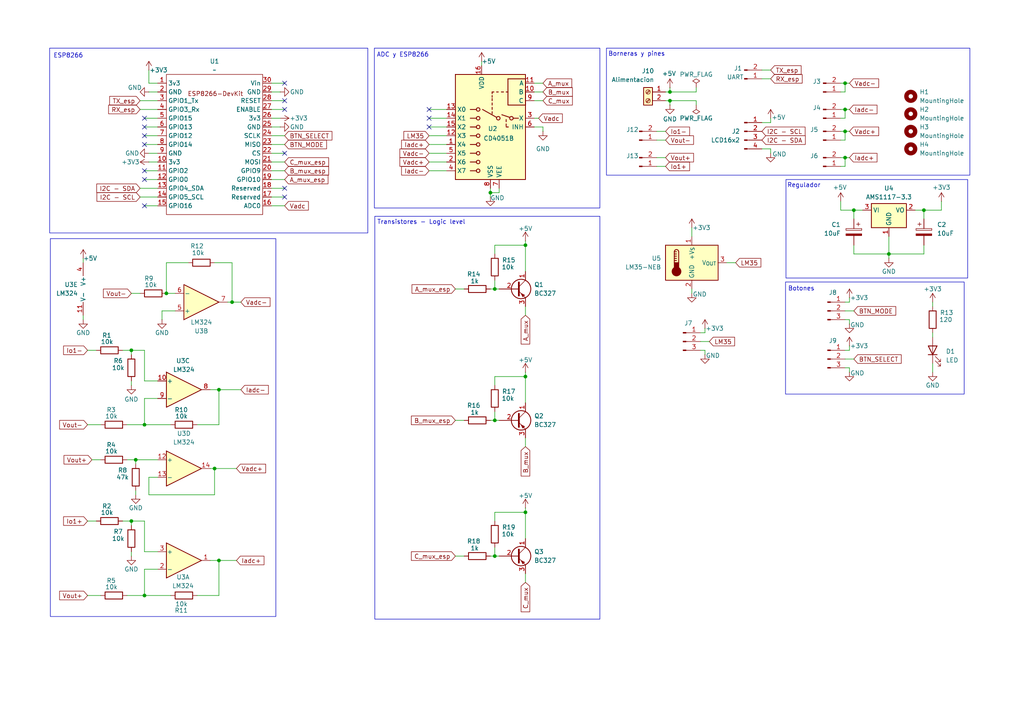
<source format=kicad_sch>
(kicad_sch (version 20231120) (generator "eeschema") (generator_version "8.0")
  (paper "A4")
  (junction (at 63.5 113.03))
  (junction (at 247.65 60.96))
  (junction (at 142.24 55.88))
  (junction (at 38.1 101.6))
  (junction (at 143.51 83.82))
  (junction (at 194.31 29.21))
  (junction (at 152.4 148.59))
  (junction (at 245.11 38.1))
  (junction (at 41.91 172.72))
  (junction (at 38.1 151.13))
  (junction (at 245.11 31.75))
  (junction (at 143.51 121.92))
  (junction (at 63.5 162.56))
  (junction (at 152.4 71.12))
  (junction (at 39.37 133.35))
  (junction (at 267.97 60.96))
  (junction (at 143.51 161.29))
  (junction (at 67.31 87.63))
  (junction (at 41.91 123.19))
  (junction (at 245.11 24.13))
  (junction (at 194.31 26.67))
  (junction (at 152.4 109.22))
  (junction (at 245.11 45.72))
  (junction (at 48.26 85.09))
  (junction (at 62.23 135.89))
  (junction (at 257.81 73.66))
  (no_connect (at 41.91 39.37))
  (no_connect (at 124.46 36.83))
  (no_connect (at 82.55 31.75))
  (no_connect (at 41.91 36.83))
  (no_connect (at 41.91 49.53))
  (no_connect (at 41.91 41.91))
  (no_connect (at 41.91 59.69))
  (no_connect (at 41.91 52.07))
  (no_connect (at 124.46 34.29))
  (no_connect (at 82.55 44.45))
  (no_connect (at 41.91 34.29))
  (no_connect (at 82.55 29.21))
  (no_connect (at 82.55 57.15))
  (no_connect (at 82.55 24.13))
  (no_connect (at 82.55 54.61))
  (no_connect (at 124.46 31.75))
  (wire (pts (xy 142.24 161.29) (xy 143.51 161.29)))
  (wire (pts (xy 246.38 107.95) (xy 246.38 106.68)))
  (wire (pts (xy 152.4 148.59) (xy 152.4 156.21)))
  (wire (pts (xy 63.5 162.56) (xy 68.58 162.56)))
  (wire (pts (xy 82.55 39.37) (xy 78.74 39.37)))
  (wire (pts (xy 144.78 161.29) (xy 143.51 161.29)))
  (wire (pts (xy 245.11 38.1) (xy 243.84 38.1)))
  (wire (pts (xy 144.78 55.88) (xy 142.24 55.88)))
  (wire (pts (xy 62.23 143.51) (xy 43.18 143.51)))
  (wire (pts (xy 257.81 74.93) (xy 257.81 73.66)))
  (wire (pts (xy 267.97 60.96) (xy 265.43 60.96)))
  (wire (pts (xy 144.78 83.82) (xy 143.51 83.82)))
  (wire (pts (xy 132.08 83.82) (xy 134.62 83.82)))
  (wire (pts (xy 152.4 166.37) (xy 152.4 168.91)))
  (wire (pts (xy 152.4 88.9) (xy 152.4 91.44)))
  (wire (pts (xy 25.4 151.13) (xy 27.94 151.13)))
  (wire (pts (xy 24.13 74.93) (xy 24.13 76.2)))
  (wire (pts (xy 193.04 29.21) (xy 194.31 29.21)))
  (wire (pts (xy 48.26 85.09) (xy 50.8 85.09)))
  (wire (pts (xy 82.55 31.75) (xy 78.74 31.75)))
  (wire (pts (xy 41.91 115.57) (xy 41.91 123.19)))
  (wire (pts (xy 36.83 123.19) (xy 41.91 123.19)))
  (wire (pts (xy 154.94 34.29) (xy 156.21 34.29)))
  (wire (pts (xy 82.55 59.69) (xy 78.74 59.69)))
  (wire (pts (xy 82.55 24.13) (xy 78.74 24.13)))
  (wire (pts (xy 270.51 87.63) (xy 270.51 88.9)))
  (wire (pts (xy 41.91 151.13) (xy 41.91 160.02)))
  (wire (pts (xy 143.51 148.59) (xy 152.4 148.59)))
  (wire (pts (xy 245.11 104.14) (xy 247.65 104.14)))
  (wire (pts (xy 154.94 24.13) (xy 157.48 24.13)))
  (wire (pts (xy 24.13 92.71) (xy 24.13 91.44)))
  (wire (pts (xy 144.78 121.92) (xy 143.51 121.92)))
  (wire (pts (xy 82.55 49.53) (xy 78.74 49.53)))
  (wire (pts (xy 38.1 151.13) (xy 41.91 151.13)))
  (wire (pts (xy 43.18 143.51) (xy 43.18 138.43)))
  (wire (pts (xy 25.4 172.72) (xy 29.21 172.72)))
  (wire (pts (xy 223.52 35.56) (xy 220.98 35.56)))
  (wire (pts (xy 38.1 85.09) (xy 40.64 85.09)))
  (wire (pts (xy 245.11 45.72) (xy 243.84 45.72)))
  (wire (pts (xy 124.46 34.29) (xy 129.54 34.29)))
  (wire (pts (xy 82.55 44.45) (xy 78.74 44.45)))
  (wire (pts (xy 267.97 60.96) (xy 267.97 63.5)))
  (wire (pts (xy 36.83 133.35) (xy 39.37 133.35)))
  (wire (pts (xy 200.66 85.09) (xy 200.66 83.82)))
  (wire (pts (xy 38.1 101.6) (xy 41.91 101.6)))
  (wire (pts (xy 60.96 162.56) (xy 63.5 162.56)))
  (wire (pts (xy 142.24 121.92) (xy 143.51 121.92)))
  (wire (pts (xy 35.56 151.13) (xy 38.1 151.13)))
  (wire (pts (xy 246.38 45.72) (xy 245.11 45.72)))
  (wire (pts (xy 132.08 121.92) (xy 134.62 121.92)))
  (wire (pts (xy 139.7 17.78) (xy 139.7 19.05)))
  (wire (pts (xy 267.97 73.66) (xy 267.97 71.12)))
  (wire (pts (xy 245.11 101.6) (xy 246.38 101.6)))
  (wire (pts (xy 143.51 151.13) (xy 143.51 148.59)))
  (wire (pts (xy 82.55 46.99) (xy 78.74 46.99)))
  (wire (pts (xy 46.99 92.71) (xy 46.99 90.17)))
  (wire (pts (xy 152.4 109.22) (xy 152.4 116.84)))
  (wire (pts (xy 246.38 24.13) (xy 245.11 24.13)))
  (wire (pts (xy 246.38 38.1) (xy 245.11 38.1)))
  (wire (pts (xy 43.18 20.32) (xy 43.18 24.13)))
  (wire (pts (xy 247.65 60.96) (xy 247.65 63.5)))
  (wire (pts (xy 257.81 68.58) (xy 257.81 73.66)))
  (wire (pts (xy 142.24 54.61) (xy 142.24 55.88)))
  (wire (pts (xy 67.31 87.63) (xy 69.85 87.63)))
  (wire (pts (xy 144.78 54.61) (xy 144.78 55.88)))
  (wire (pts (xy 245.11 24.13) (xy 243.84 24.13)))
  (wire (pts (xy 43.18 138.43) (xy 45.72 138.43)))
  (wire (pts (xy 247.65 71.12) (xy 247.65 73.66)))
  (wire (pts (xy 201.93 26.67) (xy 194.31 26.67)))
  (wire (pts (xy 62.23 135.89) (xy 62.23 143.51)))
  (wire (pts (xy 124.46 31.75) (xy 129.54 31.75)))
  (wire (pts (xy 45.72 29.21) (xy 40.64 29.21)))
  (wire (pts (xy 39.37 133.35) (xy 39.37 134.62)))
  (wire (pts (xy 142.24 55.88) (xy 142.24 57.15)))
  (wire (pts (xy 152.4 127) (xy 152.4 129.54)))
  (wire (pts (xy 82.55 41.91) (xy 78.74 41.91)))
  (wire (pts (xy 152.4 69.85) (xy 152.4 71.12)))
  (wire (pts (xy 243.84 34.29) (xy 245.11 34.29)))
  (wire (pts (xy 82.55 54.61) (xy 78.74 54.61)))
  (wire (pts (xy 270.51 96.52) (xy 270.51 97.79)))
  (wire (pts (xy 38.1 110.49) (xy 38.1 111.76)))
  (wire (pts (xy 45.72 39.37) (xy 41.91 39.37)))
  (wire (pts (xy 246.38 86.36) (xy 246.38 87.63)))
  (wire (pts (xy 194.31 26.67) (xy 194.31 25.4)))
  (wire (pts (xy 38.1 151.13) (xy 38.1 152.4)))
  (wire (pts (xy 154.94 36.83) (xy 157.48 36.83)))
  (wire (pts (xy 63.5 123.19) (xy 63.5 113.03)))
  (wire (pts (xy 190.5 45.72) (xy 193.04 45.72)))
  (wire (pts (xy 38.1 101.6) (xy 38.1 102.87)))
  (wire (pts (xy 246.38 31.75) (xy 245.11 31.75)))
  (wire (pts (xy 78.74 26.67) (xy 81.28 26.67)))
  (wire (pts (xy 81.28 34.29) (xy 78.74 34.29)))
  (wire (pts (xy 204.47 96.52) (xy 203.2 96.52)))
  (wire (pts (xy 63.5 172.72) (xy 63.5 162.56)))
  (wire (pts (xy 60.96 135.89) (xy 62.23 135.89)))
  (wire (pts (xy 57.15 172.72) (xy 63.5 172.72)))
  (wire (pts (xy 41.91 160.02) (xy 45.72 160.02)))
  (wire (pts (xy 41.91 101.6) (xy 41.91 110.49)))
  (wire (pts (xy 124.46 44.45) (xy 129.54 44.45)))
  (wire (pts (xy 41.91 123.19) (xy 49.53 123.19)))
  (wire (pts (xy 78.74 36.83) (xy 81.28 36.83)))
  (wire (pts (xy 41.91 52.07) (xy 45.72 52.07)))
  (wire (pts (xy 26.67 133.35) (xy 29.21 133.35)))
  (wire (pts (xy 201.93 25.4) (xy 201.93 26.67)))
  (wire (pts (xy 25.4 123.19) (xy 29.21 123.19)))
  (wire (pts (xy 210.82 76.2) (xy 213.36 76.2)))
  (wire (pts (xy 273.05 58.42) (xy 273.05 60.96)))
  (wire (pts (xy 243.84 58.42) (xy 243.84 60.96)))
  (wire (pts (xy 194.31 29.21) (xy 194.31 30.48)))
  (wire (pts (xy 246.38 93.98) (xy 246.38 92.71)))
  (wire (pts (xy 41.91 49.53) (xy 45.72 49.53)))
  (wire (pts (xy 41.91 165.1) (xy 41.91 172.72)))
  (wire (pts (xy 57.15 123.19) (xy 63.5 123.19)))
  (wire (pts (xy 223.52 34.29) (xy 223.52 35.56)))
  (wire (pts (xy 43.18 24.13) (xy 45.72 24.13)))
  (wire (pts (xy 247.65 73.66) (xy 257.81 73.66)))
  (wire (pts (xy 190.5 40.64) (xy 193.04 40.64)))
  (wire (pts (xy 25.4 101.6) (xy 27.94 101.6)))
  (wire (pts (xy 152.4 71.12) (xy 152.4 78.74)))
  (wire (pts (xy 246.38 100.33) (xy 246.38 101.6)))
  (wire (pts (xy 245.11 90.17) (xy 247.65 90.17)))
  (wire (pts (xy 41.91 41.91) (xy 45.72 41.91)))
  (wire (pts (xy 245.11 26.67) (xy 245.11 24.13)))
  (wire (pts (xy 62.23 135.89) (xy 68.58 135.89)))
  (wire (pts (xy 245.11 40.64) (xy 245.11 38.1)))
  (wire (pts (xy 36.83 172.72) (xy 41.91 172.72)))
  (wire (pts (xy 143.51 119.38) (xy 143.51 121.92)))
  (wire (pts (xy 247.65 60.96) (xy 250.19 60.96)))
  (wire (pts (xy 223.52 22.86) (xy 220.98 22.86)))
  (wire (pts (xy 203.2 99.06) (xy 205.74 99.06)))
  (wire (pts (xy 60.96 113.03) (xy 63.5 113.03)))
  (wire (pts (xy 152.4 107.95) (xy 152.4 109.22)))
  (wire (pts (xy 204.47 102.87) (xy 204.47 101.6)))
  (wire (pts (xy 132.08 161.29) (xy 134.62 161.29)))
  (wire (pts (xy 35.56 101.6) (xy 38.1 101.6)))
  (wire (pts (xy 245.11 87.63) (xy 246.38 87.63)))
  (wire (pts (xy 243.84 48.26) (xy 245.11 48.26)))
  (wire (pts (xy 45.72 54.61) (xy 40.64 54.61)))
  (wire (pts (xy 245.11 48.26) (xy 245.11 45.72)))
  (wire (pts (xy 143.51 71.12) (xy 152.4 71.12)))
  (wire (pts (xy 43.18 46.99) (xy 45.72 46.99)))
  (wire (pts (xy 204.47 101.6) (xy 203.2 101.6)))
  (wire (pts (xy 41.91 172.72) (xy 49.53 172.72)))
  (wire (pts (xy 124.46 36.83) (xy 129.54 36.83)))
  (wire (pts (xy 201.93 29.21) (xy 201.93 30.48)))
  (wire (pts (xy 82.55 57.15) (xy 78.74 57.15)))
  (wire (pts (xy 124.46 41.91) (xy 129.54 41.91)))
  (wire (pts (xy 143.51 109.22) (xy 152.4 109.22)))
  (wire (pts (xy 143.51 81.28) (xy 143.51 83.82)))
  (wire (pts (xy 190.5 38.1) (xy 193.04 38.1)))
  (wire (pts (xy 154.94 26.67) (xy 157.48 26.67)))
  (wire (pts (xy 82.55 52.07) (xy 78.74 52.07)))
  (wire (pts (xy 54.61 76.2) (xy 48.26 76.2)))
  (wire (pts (xy 193.04 26.67) (xy 194.31 26.67)))
  (wire (pts (xy 245.11 31.75) (xy 243.84 31.75)))
  (wire (pts (xy 245.11 34.29) (xy 245.11 31.75)))
  (wire (pts (xy 38.1 160.02) (xy 38.1 161.29)))
  (wire (pts (xy 45.72 115.57) (xy 41.91 115.57)))
  (wire (pts (xy 62.23 76.2) (xy 67.31 76.2)))
  (wire (pts (xy 152.4 147.32) (xy 152.4 148.59)))
  (wire (pts (xy 257.81 73.66) (xy 267.97 73.66)))
  (wire (pts (xy 45.72 34.29) (xy 41.91 34.29)))
  (wire (pts (xy 82.55 29.21) (xy 78.74 29.21)))
  (wire (pts (xy 246.38 92.71) (xy 245.11 92.71)))
  (wire (pts (xy 143.51 73.66) (xy 143.51 71.12)))
  (wire (pts (xy 243.84 40.64) (xy 245.11 40.64)))
  (wire (pts (xy 143.51 111.76) (xy 143.51 109.22)))
  (wire (pts (xy 154.94 29.21) (xy 157.48 29.21)))
  (wire (pts (xy 39.37 133.35) (xy 45.72 133.35)))
  (wire (pts (xy 46.99 90.17) (xy 50.8 90.17)))
  (wire (pts (xy 39.37 142.24) (xy 39.37 143.51)))
  (wire (pts (xy 194.31 29.21) (xy 201.93 29.21)))
  (wire (pts (xy 45.72 31.75) (xy 40.64 31.75)))
  (wire (pts (xy 48.26 76.2) (xy 48.26 85.09)))
  (wire (pts (xy 142.24 83.82) (xy 143.51 83.82)))
  (wire (pts (xy 204.47 95.25) (xy 204.47 96.52)))
  (wire (pts (xy 243.84 26.67) (xy 245.11 26.67)))
  (wire (pts (xy 124.46 39.37) (xy 129.54 39.37)))
  (wire (pts (xy 157.48 36.83) (xy 157.48 38.1)))
  (wire (pts (xy 45.72 26.67) (xy 43.18 26.67)))
  (wire (pts (xy 190.5 48.26) (xy 193.04 48.26)))
  (wire (pts (xy 200.66 66.04) (xy 200.66 68.58)))
  (wire (pts (xy 45.72 165.1) (xy 41.91 165.1)))
  (wire (pts (xy 45.72 36.83) (xy 41.91 36.83)))
  (wire (pts (xy 41.91 59.69) (xy 45.72 59.69)))
  (wire (pts (xy 45.72 57.15) (xy 40.64 57.15)))
  (wire (pts (xy 243.84 60.96) (xy 247.65 60.96)))
  (wire (pts (xy 223.52 44.45) (xy 223.52 43.18)))
  (wire (pts (xy 273.05 60.96) (xy 267.97 60.96)))
  (wire (pts (xy 246.38 106.68) (xy 245.11 106.68)))
  (wire (pts (xy 223.52 20.32) (xy 220.98 20.32)))
  (wire (pts (xy 41.91 110.49) (xy 45.72 110.49)))
  (wire (pts (xy 270.51 105.41) (xy 270.51 107.95)))
  (wire (pts (xy 67.31 87.63) (xy 66.04 87.63)))
  (wire (pts (xy 45.72 44.45) (xy 43.18 44.45)))
  (wire (pts (xy 63.5 113.03) (xy 69.85 113.03)))
  (wire (pts (xy 124.46 46.99) (xy 129.54 46.99)))
  (wire (pts (xy 67.31 76.2) (xy 67.31 87.63)))
  (wire (pts (xy 124.46 49.53) (xy 129.54 49.53)))
  (wire (pts (xy 143.51 158.75) (xy 143.51 161.29)))
  (wire (pts (xy 223.52 43.18) (xy 220.98 43.18)))
  (rectangle (start 14.605 69.215) (end 80.01 178.816))
  (rectangle (start 108.585 13.97) (end 173.99 60.325))
  (rectangle (start 227.838 81.788) (end 279.654 114.3))
  (rectangle (start 108.712 62.738) (end 173.99 179.578))
  (rectangle (start 175.895 13.97) (end 281.305 50.8))
  (rectangle (start 227.965 52.07) (end 280.67 80.645))
  (rectangle (start 14.4027 13.97) (end 106.68 67.564))
  (text "ADC y ESP8266" (at 116.84 16.002 0) (effects (font (size 1.27 1.27))))
  (text "Botones" (at 232.41 83.82 0) (effects (font (size 1.27 1.27))))
  (text "Regulador" (at 233.172 53.848 0) (effects (font (size 1.27 1.27))))
  (text "Borneras y pines" (at 184.658 15.748 0) (effects (font (size 1.27 1.27))))
  (text "ESP8266" (at 19.812 16.256 0) (effects (font (size 1.27 1.27))))
  (text "Transistores - Logic level " (at 122.682 64.516 0) (effects (font (size 1.27 1.27))))
  (global_label "Vout+" (shape input) (at 193.04 45.72 0) (property "Intersheetrefs" "${INTERSHEET_REFS}" (effects (hide yes))))
  (global_label "I2C - SCL" (shape input) (at 220.98 38.1 0) (property "Intersheetrefs" "${INTERSHEET_REFS}" (effects (hide yes))))
  (global_label "Vadc+" (shape input) (at 124.46 46.99 180) (property "Intersheetrefs" "${INTERSHEET_REFS}" (effects (hide yes))))
  (global_label "BTN_MODE" (shape input) (at 247.65 90.17 0) (property "Intersheetrefs" "${INTERSHEET_REFS}" (effects (hide yes))))
  (global_label "BTN_SELECT" (shape input) (at 247.65 104.14 0) (property "Intersheetrefs" "${INTERSHEET_REFS}" (effects (hide yes))))
  (global_label "Io1+" (shape input) (at 193.04 48.26 0) (property "Intersheetrefs" "${INTERSHEET_REFS}" (effects (hide yes))))
  (global_label "Vout-" (shape input) (at 193.04 40.64 0) (property "Intersheetrefs" "${INTERSHEET_REFS}" (effects (hide yes))))
  (global_label "Vadc" (shape input) (at 82.55 59.69 0) (property "Intersheetrefs" "${INTERSHEET_REFS}" (effects (hide yes))))
  (global_label "RX_esp" (shape input) (at 223.52 22.86 0) (property "Intersheetrefs" "${INTERSHEET_REFS}" (effects (hide yes))))
  (global_label "TX_esp" (shape input) (at 223.52 20.32 0) (property "Intersheetrefs" "${INTERSHEET_REFS}" (effects (hide yes))))
  (global_label "Iadc-" (shape input) (at 246.38 31.75 0) (property "Intersheetrefs" "${INTERSHEET_REFS}" (effects (hide yes))))
  (global_label "A_mux" (shape input) (at 152.4 91.44 270) (property "Intersheetrefs" "${INTERSHEET_REFS}" (effects (hide yes))))
  (global_label "Vadc+" (shape input) (at 246.38 38.1 0) (property "Intersheetrefs" "${INTERSHEET_REFS}" (effects (hide yes))))
  (global_label "A_mux_esp" (shape input) (at 132.08 83.82 180) (property "Intersheetrefs" "${INTERSHEET_REFS}" (effects (hide yes))))
  (global_label "LM35" (shape input) (at 124.46 39.37 180) (property "Intersheetrefs" "${INTERSHEET_REFS}" (effects (hide yes))))
  (global_label "I2C - SDA" (shape input) (at 220.98 40.64 0) (property "Intersheetrefs" "${INTERSHEET_REFS}" (effects (hide yes))))
  (global_label "I2C - SCL" (shape input) (at 40.64 57.15 180) (property "Intersheetrefs" "${INTERSHEET_REFS}" (effects (hide yes))))
  (global_label "Vout+" (shape input) (at 26.67 133.35 180) (property "Intersheetrefs" "${INTERSHEET_REFS}" (effects (hide yes))))
  (global_label "I2C - SDA" (shape input) (at 40.64 54.61 180) (property "Intersheetrefs" "${INTERSHEET_REFS}" (effects (hide yes))))
  (global_label "BTN_SELECT" (shape input) (at 82.55 39.37 0) (property "Intersheetrefs" "${INTERSHEET_REFS}" (effects (hide yes))))
  (global_label "Iadc-" (shape input) (at 69.85 113.03 0) (property "Intersheetrefs" "${INTERSHEET_REFS}" (effects (hide yes))))
  (global_label "A_mux" (shape input) (at 157.48 24.13 0) (property "Intersheetrefs" "${INTERSHEET_REFS}" (effects (hide yes))))
  (global_label "Iadc+" (shape input) (at 246.38 45.72 0) (property "Intersheetrefs" "${INTERSHEET_REFS}" (effects (hide yes))))
  (global_label "Vadc+" (shape input) (at 68.58 135.89 0) (property "Intersheetrefs" "${INTERSHEET_REFS}" (effects (hide yes))))
  (global_label "Io1-" (shape input) (at 193.04 38.1 0) (property "Intersheetrefs" "${INTERSHEET_REFS}" (effects (hide yes))))
  (global_label "Vout-" (shape input) (at 25.4 123.19 180) (property "Intersheetrefs" "${INTERSHEET_REFS}" (effects (hide yes))))
  (global_label "Vout+" (shape input) (at 25.4 172.72 180) (property "Intersheetrefs" "${INTERSHEET_REFS}" (effects (hide yes))))
  (global_label "RX_esp" (shape input) (at 40.64 31.75 180) (property "Intersheetrefs" "${INTERSHEET_REFS}" (effects (hide yes))))
  (global_label "C_mux" (shape input) (at 157.48 29.21 0) (property "Intersheetrefs" "${INTERSHEET_REFS}" (effects (hide yes))))
  (global_label "LM35" (shape input) (at 213.36 76.2 0) (property "Intersheetrefs" "${INTERSHEET_REFS}" (effects (hide yes))))
  (global_label "B_mux" (shape input) (at 157.48 26.67 0) (property "Intersheetrefs" "${INTERSHEET_REFS}" (effects (hide yes))))
  (global_label "C_mux_esp" (shape input) (at 82.55 46.99 0) (property "Intersheetrefs" "${INTERSHEET_REFS}" (effects (hide yes))))
  (global_label "C_mux" (shape input) (at 152.4 168.91 270) (property "Intersheetrefs" "${INTERSHEET_REFS}" (effects (hide yes))))
  (global_label "Io1+" (shape input) (at 25.4 151.13 180) (property "Intersheetrefs" "${INTERSHEET_REFS}" (effects (hide yes))))
  (global_label "B_mux_esp" (shape input) (at 82.55 49.53 0) (property "Intersheetrefs" "${INTERSHEET_REFS}" (effects (hide yes))))
  (global_label "LM35" (shape input) (at 205.74 99.06 0) (property "Intersheetrefs" "${INTERSHEET_REFS}" (effects (hide yes))))
  (global_label "B_mux_esp" (shape input) (at 132.08 121.92 180) (property "Intersheetrefs" "${INTERSHEET_REFS}" (effects (hide yes))))
  (global_label "BTN_MODE" (shape input) (at 82.55 41.91 0) (property "Intersheetrefs" "${INTERSHEET_REFS}" (effects (hide yes))))
  (global_label "Vadc-" (shape input) (at 246.38 24.13 0) (property "Intersheetrefs" "${INTERSHEET_REFS}" (effects (hide yes))))
  (global_label "Vout-" (shape input) (at 38.1 85.09 180) (property "Intersheetrefs" "${INTERSHEET_REFS}" (effects (hide yes))))
  (global_label "C_mux_esp" (shape input) (at 132.08 161.29 180) (property "Intersheetrefs" "${INTERSHEET_REFS}" (effects (hide yes))))
  (global_label "Iadc-" (shape input) (at 124.46 49.53 180) (property "Intersheetrefs" "${INTERSHEET_REFS}" (effects (hide yes))))
  (global_label "Io1-" (shape input) (at 25.4 101.6 180) (property "Intersheetrefs" "${INTERSHEET_REFS}" (effects (hide yes))))
  (global_label "B_mux" (shape input) (at 152.4 129.54 270) (property "Intersheetrefs" "${INTERSHEET_REFS}" (effects (hide yes))))
  (global_label "Vadc" (shape input) (at 156.21 34.29 0) (property "Intersheetrefs" "${INTERSHEET_REFS}" (effects (hide yes))))
  (global_label "Iadc+" (shape input) (at 68.58 162.56 0) (property "Intersheetrefs" "${INTERSHEET_REFS}" (effects (hide yes))))
  (global_label "Vadc-" (shape input) (at 69.85 87.63 0) (property "Intersheetrefs" "${INTERSHEET_REFS}" (effects (hide yes))))
  (global_label "Iadc+" (shape input) (at 124.46 41.91 180) (property "Intersheetrefs" "${INTERSHEET_REFS}" (effects (hide yes))))
  (global_label "A_mux_esp" (shape input) (at 82.55 52.07 0) (property "Intersheetrefs" "${INTERSHEET_REFS}" (effects (hide yes))))
  (global_label "TX_esp" (shape input) (at 40.64 29.21 180) (property "Intersheetrefs" "${INTERSHEET_REFS}" (effects (hide yes))))
  (global_label "Vadc-" (shape input) (at 124.46 44.45 180) (property "Intersheetrefs" "${INTERSHEET_REFS}" (effects (hide yes))))
  (symbol (lib_id "Device:R") (at 58.42 76.2 90) (mirror x) (unit 1)
    (property "Reference" "R12" (at 57.15 71.374 90))
    (property "Value" "10k" (at 57.4675 73.3425 90))
    (property "Footprint" "Resistor_THT:R_Axial_DIN0207_L6.3mm_D2.5mm_P10.16mm_Horizontal" (effects (hide yes)))
    (property "Description" "Resistor" (effects (hide yes)))
  )
  (symbol (lib_id "power:+5V") (at 24.13 74.93 0) (unit 1)
    (property "Reference" "#PWR014" (effects (hide yes)))
    (property "Value" "+5V" (at 26.162 74.93 0))
    (property "Description" "Power symbol creates a global label with name \"+5V\"" (effects (hide yes)))
  )
  (symbol (lib_id "Mechanical:MountingHole") (at 264.16 27.94 0) (unit 1) (exclude_from_sim yes) (in_bom no)
    (property "Reference" "H1" (at 266.7 26.6699 0) (effects (justify left)))
    (property "Value" "MountingHole" (at 266.7 29.2099 0) (effects (justify left)))
    (property "Footprint" "MountingHole:MountingHole_3.2mm_M3" (effects (hide yes)))
    (property "Description" "Mounting Hole without connection" (effects (hide yes)))
  )
  (symbol (lib_id "Amplifier_Operational:LM324") (at 58.42 87.63 0) (mirror x) (unit 2)
    (property "Reference" "U3" (at 58.42 96.012 0))
    (property "Value" "LM324" (at 58.42 93.472 0))
    (property "Footprint" "Package_DIP:CERDIP-14_W7.62mm_SideBrazed_Socket" (effects (hide yes)))
    (property "Datasheet" "http://www.ti.com/lit/ds/symlink/lm2902-n.pdf" (effects (hide yes)))
    (property "Description" "Low-Power, Quad-Operational Amplifiers, DIP-14/SOIC-14/SSOP-14" (effects (hide yes)))
  )
  (symbol (lib_id "power:+5V") (at 152.4 69.85 0) (unit 1)
    (property "Reference" "#PWR011" (effects (hide yes)))
    (property "Value" "+5V" (at 152.4 66.294 0))
    (property "Description" "Power symbol creates a global label with name \"+5V\"" (effects (hide yes)))
  )
  (symbol (lib_id "power:GND") (at 142.24 57.15 0) (unit 1)
    (property "Reference" "#PWR09" (effects (hide yes)))
    (property "Value" "GND" (at 144.272 57.404 0))
    (property "Description" "Power symbol creates a global label with name \"GND\" , ground" (effects (hide yes)))
  )
  (symbol (lib_id "Device:R") (at 31.75 151.13 90) (mirror x) (unit 1)
    (property "Reference" "R2" (at 30.988 146.812 90))
    (property "Value" "10k" (at 31.0515 148.6535 90))
    (property "Footprint" "Resistor_THT:R_Axial_DIN0207_L6.3mm_D2.5mm_P10.16mm_Horizontal" (effects (hide yes)))
    (property "Description" "Resistor" (effects (hide yes)))
  )
  (symbol (lib_id "power:GND") (at 38.1 161.29 0) (unit 1)
    (property "Reference" "#PWR017" (effects (hide yes)))
    (property "Value" "GND" (at 38.1 165.1 0))
    (property "Description" "Power symbol creates a global label with name \"GND\" , ground" (effects (hide yes)))
  )
  (symbol (lib_id "Componentes_Proyecto_Digitales:ESP8266-DevKit") (at 62.23 41.91 0) (unit 1)
    (property "Reference" "U1" (at 62.23 17.78 0))
    (property "Value" "~" (at 62.23 20.32 0))
    (property "Footprint" "Componentes_Proyecto_Digitales:Esp-8266-DevKit" (effects (hide yes)))
  )
  (symbol (lib_id "Amplifier_Operational:LM324") (at 53.34 113.03 0) (unit 3)
    (property "Reference" "U3" (at 53.086 104.648 0))
    (property "Value" "LM324" (at 53.34 107.188 0))
    (property "Footprint" "Package_DIP:CERDIP-14_W7.62mm_SideBrazed_Socket" (effects (hide yes)))
    (property "Datasheet" "http://www.ti.com/lit/ds/symlink/lm2902-n.pdf" (effects (hide yes)))
    (property "Description" "Low-Power, Quad-Operational Amplifiers, DIP-14/SOIC-14/SSOP-14" (effects (hide yes)))
  )
  (symbol (lib_id "power:+5V") (at 139.7 17.78 0) (unit 1)
    (property "Reference" "#PWR08" (effects (hide yes)))
    (property "Value" "+5V" (at 141.732 17.78 0))
    (property "Description" "Power symbol creates a global label with name \"+5V\"" (effects (hide yes)))
  )
  (symbol (lib_id "Device:R") (at 53.34 123.19 90) (mirror x) (unit 1)
    (property "Reference" "R10" (at 52.578 118.872 90))
    (property "Value" "10k" (at 52.6415 120.7135 90))
    (property "Footprint" "Resistor_THT:R_Axial_DIN0207_L6.3mm_D2.5mm_P5.08mm_Vertical" (effects (hide yes)))
    (property "Description" "Resistor" (effects (hide yes)))
  )
  (symbol (lib_id "Mechanical:MountingHole") (at 264.16 38.1 0) (unit 1) (exclude_from_sim yes) (in_bom no)
    (property "Reference" "H3" (at 266.7 36.8299 0) (effects (justify left)))
    (property "Value" "MountingHole" (at 266.7 39.3699 0) (effects (justify left)))
    (property "Footprint" "MountingHole:MountingHole_3.2mm_M3" (effects (hide yes)))
    (property "Description" "Mounting Hole without connection" (effects (hide yes)))
  )
  (symbol (lib_id "Amplifier_Operational:LM324") (at 53.34 135.89 0) (unit 4)
    (property "Reference" "U3" (at 53.34 125.73 0))
    (property "Value" "LM324" (at 53.34 128.27 0))
    (property "Footprint" "Package_DIP:CERDIP-14_W7.62mm_SideBrazed_Socket" (effects (hide yes)))
    (property "Datasheet" "http://www.ti.com/lit/ds/symlink/lm2902-n.pdf" (effects (hide yes)))
    (property "Description" "Low-Power, Quad-Operational Amplifiers, DIP-14/SOIC-14/SSOP-14" (effects (hide yes)))
  )
  (symbol (lib_id "Device:R") (at 270.51 92.71 0) (mirror y) (unit 1)
    (property "Reference" "R13" (at 274.574 90.678 0))
    (property "Value" "120" (at 274.32 92.71 0))
    (property "Footprint" "Resistor_THT:R_Axial_DIN0207_L6.3mm_D2.5mm_P10.16mm_Horizontal" (effects (hide yes)))
    (property "Description" "Resistor" (effects (hide yes)))
  )
  (symbol (lib_id "power:+3V3") (at 43.18 20.32 0) (unit 1)
    (property "Reference" "#PWR01" (effects (hide yes)))
    (property "Value" "+3V3" (at 45.974 20.32 0))
    (property "Description" "Power symbol creates a global label with name \"+3V3\"" (effects (hide yes)))
  )
  (symbol (lib_id "power:+3V3") (at 43.18 46.99 90) (mirror x) (unit 1)
    (property "Reference" "#PWR04" (effects (hide yes)))
    (property "Value" "+3V3" (at 37.846 46.99 90))
    (property "Description" "Power symbol creates a global label with name \"+3V3\"" (effects (hide yes)))
  )
  (symbol (lib_id "power:GND") (at 223.52 44.45 0) (mirror y) (unit 1)
    (property "Reference" "#PWR013" (effects (hide yes)))
    (property "Value" "GND" (at 226.06 44.704 0))
    (property "Description" "Power symbol creates a global label with name \"GND\" , ground" (effects (hide yes)))
  )
  (symbol (lib_id "Device:R") (at 138.43 83.82 90) (mirror x) (unit 1)
    (property "Reference" "R14" (at 137.414 79.502 90))
    (property "Value" "1k" (at 137.668 81.534 90))
    (property "Footprint" "Resistor_THT:R_Axial_DIN0207_L6.3mm_D2.5mm_P10.16mm_Horizontal" (effects (hide yes)))
    (property "Description" "Resistor" (effects (hide yes)))
  )
  (symbol (lib_id "Amplifier_Operational:LM324") (at 53.34 162.56 0) (unit 1)
    (property "Reference" "U3" (at 53.086 167.386 0))
    (property "Value" "LM324" (at 53.086 169.926 0))
    (property "Footprint" "Package_DIP:CERDIP-14_W7.62mm_SideBrazed_Socket" (effects (hide yes)))
    (property "Datasheet" "http://www.ti.com/lit/ds/symlink/lm2902-n.pdf" (effects (hide yes)))
    (property "Description" "Low-Power, Quad-Operational Amplifiers, DIP-14/SOIC-14/SSOP-14" (effects (hide yes)))
  )
  (symbol (lib_id "power:+5V") (at 243.84 58.42 0) (unit 1)
    (property "Reference" "#PWR020" (effects (hide yes)))
    (property "Value" "+5V" (at 243.586 54.356 0))
    (property "Description" "Power symbol creates a global label with name \"+5V\"" (effects (hide yes)))
  )
  (symbol (lib_id "Connector:Screw_Terminal_01x02") (at 187.96 26.67 0) (mirror y) (unit 1)
    (property "Reference" "J10" (at 189.738 20.574 0) (effects (justify left)))
    (property "Value" "Alimentacion" (at 189.738 23.114 0) (effects (justify left)))
    (property "Footprint" "TerminalBlock_Phoenix:TerminalBlock_Phoenix_MKDS-1,5-2-5.08_1x02_P5.08mm_Horizontal" (effects (hide yes)))
    (property "Description" "Generic screw terminal, single row, 01x02, script generated (kicad-library-utils/schlib/autogen/connector/)" (effects (hide yes)))
  )
  (symbol (lib_id "power:GND") (at 204.47 102.87 0) (unit 1)
    (property "Reference" "#PWR035" (effects (hide yes)))
    (property "Value" "GND" (at 206.756 103.124 0))
    (property "Description" "Power symbol creates a global label with name \"GND\" , ground" (effects (hide yes)))
  )
  (symbol (lib_id "power:+3V3") (at 270.51 87.63 0) (unit 1)
    (property "Reference" "#PWR029" (effects (hide yes)))
    (property "Value" "+3V3" (at 270.51 83.82 0))
    (property "Description" "Power symbol creates a global label with name \"+3V3\"" (effects (hide yes)))
  )
  (symbol (lib_id "power:GND") (at 194.31 30.48 0) (unit 1)
    (property "Reference" "#PWR031" (effects (hide yes)))
    (property "Value" "GND" (at 194.31 34.544 0))
    (property "Description" "Power symbol creates a global label with name \"GND\" , ground" (effects (hide yes)))
  )
  (symbol (lib_id "Connector:Conn_01x02_Pin") (at 238.76 40.64 0) (mirror x) (unit 1)
    (property "Reference" "J5" (at 234.95 37.592 0) (effects (justify left)))
    (property "Value" "Vadj+" (effects (hide yes)))
    (property "Footprint" "Connector_PinHeader_2.54mm:PinHeader_1x02_P2.54mm_Vertical" (effects (hide yes)))
    (property "Description" "Generic connector, single row, 01x02, script generated" (effects (hide yes)))
  )
  (symbol (lib_id "Device:C_Polarized") (at 267.97 67.31 0) (unit 1)
    (property "Reference" "C2" (at 271.78 65.1509 0) (effects (justify left)))
    (property "Value" "10uF" (at 271.78 67.6909 0) (effects (justify left)))
    (property "Footprint" "Capacitor_THT:CP_Radial_D5.0mm_P2.50mm" (effects (hide yes)))
    (property "Description" "Polarized capacitor" (effects (hide yes)))
  )
  (symbol (lib_id "Connector:Conn_01x02_Pin") (at 238.76 48.26 0) (mirror x) (unit 1)
    (property "Reference" "J6" (at 234.95 45.212 0) (effects (justify left)))
    (property "Value" "Vadj-" (effects (hide yes)))
    (property "Footprint" "Connector_PinHeader_2.54mm:PinHeader_1x02_P2.54mm_Vertical" (effects (hide yes)))
    (property "Description" "Generic connector, single row, 01x02, script generated" (effects (hide yes)))
  )
  (symbol (lib_id "power:GND") (at 38.1 111.76 0) (unit 1)
    (property "Reference" "#PWR016" (effects (hide yes)))
    (property "Value" "GND" (at 38.1 115.824 0))
    (property "Description" "Power symbol creates a global label with name \"GND\" , ground" (effects (hide yes)))
  )
  (symbol (lib_id "power:+5V") (at 223.52 34.29 0) (mirror y) (unit 1)
    (property "Reference" "#PWR012" (effects (hide yes)))
    (property "Value" "+5V" (at 225.806 34.036 0))
    (property "Description" "Power symbol creates a global label with name \"+5V\"" (effects (hide yes)))
  )
  (symbol (lib_id "power:+3V3") (at 81.28 34.29 270) (mirror x) (unit 1)
    (property "Reference" "#PWR06" (effects (hide yes)))
    (property "Value" "+3V3" (at 86.614 34.29 90))
    (property "Description" "Power symbol creates a global label with name \"+3V3\"" (effects (hide yes)))
  )
  (symbol (lib_id "Device:R") (at 31.75 101.6 90) (mirror x) (unit 1)
    (property "Reference" "R1" (at 30.988 97.282 90))
    (property "Value" "10k" (at 31.0515 99.1235 90))
    (property "Footprint" "Resistor_THT:R_Axial_DIN0207_L6.3mm_D2.5mm_P10.16mm_Horizontal" (effects (hide yes)))
    (property "Description" "Resistor" (effects (hide yes)))
  )
  (symbol (lib_id "power:+3V3") (at 273.05 58.42 0) (unit 1)
    (property "Reference" "#PWR022" (effects (hide yes)))
    (property "Value" "+3V3" (at 273.05 54.356 0))
    (property "Description" "Power symbol creates a global label with name \"+3V3\"" (effects (hide yes)))
  )
  (symbol (lib_id "power:GND") (at 43.18 44.45 270) (unit 1)
    (property "Reference" "#PWR03" (effects (hide yes)))
    (property "Value" "GND" (at 40.386 44.45 90) (effects (justify right)))
    (property "Description" "Power symbol creates a global label with name \"GND\" , ground" (effects (hide yes)))
  )
  (symbol (lib_id "power:+3V3") (at 246.38 86.36 0) (unit 1)
    (property "Reference" "#PWR025" (effects (hide yes)))
    (property "Value" "+3V3" (at 249.174 86.36 0))
    (property "Description" "Power symbol creates a global label with name \"+3V3\"" (effects (hide yes)))
  )
  (symbol (lib_id "Connector:Conn_01x02_Pin") (at 185.42 40.64 0) (mirror x) (unit 1)
    (property "Reference" "J12" (at 181.61 37.592 0) (effects (justify left)))
    (property "Value" "Vadj+" (effects (hide yes)))
    (property "Footprint" "Connector_PinHeader_2.54mm:PinHeader_1x02_P2.54mm_Vertical" (effects (hide yes)))
    (property "Description" "Generic connector, single row, 01x02, script generated" (effects (hide yes)))
  )
  (symbol (lib_id "Device:R") (at 44.45 85.09 90) (mirror x) (unit 1)
    (property "Reference" "R9" (at 43.18 80.772 90))
    (property "Value" "10k" (at 43.7515 82.6135 90))
    (property "Footprint" "Resistor_THT:R_Axial_DIN0207_L6.3mm_D2.5mm_P10.16mm_Horizontal" (effects (hide yes)))
    (property "Description" "Resistor" (effects (hide yes)))
  )
  (symbol (lib_id "power:GND") (at 200.66 85.09 0) (unit 1)
    (property "Reference" "#PWR024" (effects (hide yes)))
    (property "Value" "GND" (at 202.946 85.344 0))
    (property "Description" "Power symbol creates a global label with name \"GND\" , ground" (effects (hide yes)))
  )
  (symbol (lib_id "Connector:Conn_01x03_Pin") (at 240.03 90.17 0) (unit 1)
    (property "Reference" "J8" (at 241.554 84.836 0))
    (property "Value" "BTN_MODE" (effects (hide yes)))
    (property "Footprint" "Connector_PinHeader_2.54mm:PinHeader_1x03_P2.54mm_Vertical" (effects (hide yes)))
    (property "Description" "Generic connector, single row, 01x03, script generated" (effects (hide yes)))
  )
  (symbol (lib_id "Device:R") (at 138.43 121.92 90) (mirror x) (unit 1)
    (property "Reference" "R16" (at 137.414 117.602 90))
    (property "Value" "1k" (at 137.668 119.634 90))
    (property "Footprint" "Resistor_THT:R_Axial_DIN0207_L6.3mm_D2.5mm_P10.16mm_Horizontal" (effects (hide yes)))
    (property "Description" "Resistor" (effects (hide yes)))
  )
  (symbol (lib_id "power:GND") (at 257.81 74.93 0) (unit 1)
    (property "Reference" "#PWR021" (effects (hide yes)))
    (property "Value" "GND" (at 257.81 78.74 0))
    (property "Description" "Power symbol creates a global label with name \"GND\" , ground" (effects (hide yes)))
  )
  (symbol (lib_id "power:GND") (at 39.37 143.51 0) (unit 1)
    (property "Reference" "#PWR018" (effects (hide yes)))
    (property "Value" "GND" (at 39.37 147.32 0))
    (property "Description" "Power symbol creates a global label with name \"GND\" , ground" (effects (hide yes)))
  )
  (symbol (lib_id "power:GND") (at 46.99 92.71 0) (unit 1)
    (property "Reference" "#PWR019" (effects (hide yes)))
    (property "Value" "GND" (at 46.99 96.52 0))
    (property "Description" "Power symbol creates a global label with name \"GND\" , ground" (effects (hide yes)))
  )
  (symbol (lib_id "power:GND") (at 246.38 93.98 0) (unit 1)
    (property "Reference" "#PWR026" (effects (hide yes)))
    (property "Value" "GND" (at 248.666 94.234 0))
    (property "Description" "Power symbol creates a global label with name \"GND\" , ground" (effects (hide yes)))
  )
  (symbol (lib_id "Connector:Conn_01x03_Pin") (at 240.03 104.14 0) (unit 1)
    (property "Reference" "J9" (at 241.554 98.806 0))
    (property "Value" "BTN_SEL" (effects (hide yes)))
    (property "Footprint" "Connector_PinHeader_2.54mm:PinHeader_1x03_P2.54mm_Vertical" (effects (hide yes)))
    (property "Description" "Generic connector, single row, 01x03, script generated" (effects (hide yes)))
  )
  (symbol (lib_id "power:PWR_FLAG") (at 201.93 30.48 0) (mirror x) (unit 1)
    (property "Reference" "#FLG02" (effects (hide yes)))
    (property "Value" "PWR_FLAG" (at 201.93 34.29 0))
    (property "Description" "Special symbol for telling ERC where power comes from" (effects (hide yes)))
  )
  (symbol (lib_id "Device:R") (at 138.43 161.29 90) (mirror x) (unit 1)
    (property "Reference" "R18" (at 137.414 156.972 90))
    (property "Value" "1k" (at 137.668 159.004 90))
    (property "Footprint" "Resistor_THT:R_Axial_DIN0207_L6.3mm_D2.5mm_P10.16mm_Horizontal" (effects (hide yes)))
    (property "Description" "Resistor" (effects (hide yes)))
  )
  (symbol (lib_id "Regulator_Linear:AMS1117-3.3") (at 257.81 60.96 0) (unit 1)
    (property "Reference" "U4" (at 257.81 54.61 0))
    (property "Value" "AMS1117-3.3" (at 257.81 57.15 0))
    (property "Footprint" "Package_TO_SOT_SMD:SOT-223-3_TabPin2" (effects (hide yes)))
    (property "Datasheet" "http://www.advanced-monolithic.com/pdf/ds1117.pdf" (effects (hide yes)))
    (property "Description" "1A Low Dropout regulator, positive, 3.3V fixed output, SOT-223" (effects (hide yes)))
  )
  (symbol (lib_id "Device:R") (at 143.51 154.94 0) (mirror y) (unit 1)
    (property "Reference" "R19" (at 147.574 152.908 0))
    (property "Value" "10k" (at 147.32 154.94 0))
    (property "Footprint" "Resistor_THT:R_Axial_DIN0207_L6.3mm_D2.5mm_P10.16mm_Horizontal" (effects (hide yes)))
    (property "Description" "Resistor" (effects (hide yes)))
  )
  (symbol (lib_id "Device:R") (at 143.51 115.57 0) (mirror y) (unit 1)
    (property "Reference" "R17" (at 147.574 113.538 0))
    (property "Value" "10k" (at 147.32 115.57 0))
    (property "Footprint" "Resistor_THT:R_Axial_DIN0207_L6.3mm_D2.5mm_P10.16mm_Horizontal" (effects (hide yes)))
    (property "Description" "Resistor" (effects (hide yes)))
  )
  (symbol (lib_id "Connector:Conn_01x02_Pin") (at 215.9 22.86 0) (mirror x) (unit 1)
    (property "Reference" "J1" (at 212.852 19.812 0) (effects (justify left)))
    (property "Value" "UART" (at 210.82 22.352 0) (effects (justify left)))
    (property "Footprint" "Connector_PinHeader_2.54mm:PinHeader_1x02_P2.54mm_Vertical" (effects (hide yes)))
    (property "Description" "Generic connector, single row, 01x02, script generated" (effects (hide yes)))
  )
  (symbol (lib_id "Transistor_BJT:BC327") (at 149.86 83.82 0) (unit 1)
    (property "Reference" "Q1" (at 154.94 82.5499 0) (effects (justify left)))
    (property "Value" "BC327" (at 154.94 85.0899 0) (effects (justify left)))
    (property "Footprint" "Package_TO_SOT_THT:TO-92_Inline" (effects (hide yes)))
    (property "Datasheet" "http://www.onsemi.com/pub_link/Collateral/BC327-D.PDF" (effects (hide yes)))
    (property "Description" "0.8A Ic, 45V Vce, PNP Transistor, TO-92" (effects (hide yes)))
  )
  (symbol (lib_id "power:+3V3") (at 200.66 66.04 0) (unit 1)
    (property "Reference" "#PWR023" (effects (hide yes)))
    (property "Value" "+3V3" (at 203.454 66.04 0))
    (property "Description" "Power symbol creates a global label with name \"+3V3\"" (effects (hide yes)))
  )
  (symbol (lib_id "power:+3V3") (at 204.47 95.25 0) (unit 1)
    (property "Reference" "#PWR036" (effects (hide yes)))
    (property "Value" "+3V3" (at 207.264 95.25 0))
    (property "Description" "Power symbol creates a global label with name \"+3V3\"" (effects (hide yes)))
  )
  (symbol (lib_id "Device:R") (at 39.37 138.43 0) (unit 1)
    (property "Reference" "R8" (at 35.56 136.398 0))
    (property "Value" "47k" (at 35.56 138.43 0))
    (property "Footprint" "Resistor_THT:R_Axial_DIN0207_L6.3mm_D2.5mm_P5.08mm_Vertical" (effects (hide yes)))
    (property "Description" "Resistor" (effects (hide yes)))
  )
  (symbol (lib_id "Device:R") (at 53.34 172.72 90) (unit 1)
    (property "Reference" "R11" (at 52.578 177.038 90))
    (property "Value" "10k" (at 52.6415 175.1965 90))
    (property "Footprint" "Resistor_THT:R_Axial_DIN0207_L6.3mm_D2.5mm_P5.08mm_Vertical" (effects (hide yes)))
    (property "Description" "Resistor" (effects (hide yes)))
  )
  (symbol (lib_id "power:GND") (at 246.38 107.95 0) (unit 1)
    (property "Reference" "#PWR028" (effects (hide yes)))
    (property "Value" "GND" (at 248.666 108.204 0))
    (property "Description" "Power symbol creates a global label with name \"GND\" , ground" (effects (hide yes)))
  )
  (symbol (lib_id "Analog_Switch:CD4051B") (at 142.24 36.83 0) (mirror y) (unit 1)
    (property "Reference" "U2" (at 144.272 37.338 0) (effects (justify left)))
    (property "Value" "CD4051B" (at 149.098 40.132 0) (effects (justify left)))
    (property "Footprint" "Package_DIP:CERDIP-16_W7.62mm_SideBrazed_Socket" (effects (hide yes)))
    (property "Datasheet" "http://www.ti.com/lit/ds/symlink/cd4052b.pdf" (effects (hide yes)))
    (property "Description" "CMOS single 8-channel analog multiplexer demultiplexer, TSSOP-16/DIP-16/SOIC-16" (effects (hide yes)))
  )
  (symbol (lib_id "Sensor_Temperature:LM35-NEB") (at 200.66 76.2 0) (unit 1)
    (property "Reference" "U5" (at 191.77 74.9299 0) (effects (justify right)))
    (property "Value" "LM35-NEB" (at 191.77 77.4699 0) (effects (justify right)))
    (property "Footprint" "Package_TO_SOT_THT:TO-220-3_Vertical" (effects (hide yes)))
    (property "Datasheet" "http://www.ti.com/lit/ds/symlink/lm35.pdf" (effects (hide yes)))
    (property "Description" "Precision centigrade temperature sensor, TO-220" (effects (hide yes)))
  )
  (symbol (lib_id "power:GND") (at 81.28 26.67 90) (unit 1)
    (property "Reference" "#PWR05" (effects (hide yes)))
    (property "Value" "GND" (at 84.074 26.67 90) (effects (justify right)))
    (property "Description" "Power symbol creates a global label with name \"GND\" , ground" (effects (hide yes)))
  )
  (symbol (lib_id "Device:R") (at 38.1 106.68 0) (unit 1)
    (property "Reference" "R6" (at 34.29 104.648 0))
    (property "Value" "10k" (at 34.29 106.68 0))
    (property "Footprint" "Resistor_THT:R_Axial_DIN0207_L6.3mm_D2.5mm_P5.08mm_Vertical" (effects (hide yes)))
    (property "Description" "Resistor" (effects (hide yes)))
  )
  (symbol (lib_id "Device:LED") (at 270.51 101.6 90) (unit 1)
    (property "Reference" "D1" (at 274.32 101.9174 90) (effects (justify right)))
    (property "Value" "LED" (at 274.32 104.4574 90) (effects (justify right)))
    (property "Footprint" "LED_THT:LED_D5.0mm" (effects (hide yes)))
    (property "Description" "Light emitting diode" (effects (hide yes)))
  )
  (symbol (lib_id "Device:R") (at 33.02 123.19 90) (mirror x) (unit 1)
    (property "Reference" "R3" (at 32.258 118.872 90))
    (property "Value" "10k" (at 32.3215 120.7135 90))
    (property "Footprint" "Resistor_THT:R_Axial_DIN0207_L6.3mm_D2.5mm_P10.16mm_Horizontal" (effects (hide yes)))
    (property "Description" "Resistor" (effects (hide yes)))
  )
  (symbol (lib_id "power:GND") (at 270.51 107.95 0) (unit 1)
    (property "Reference" "#PWR030" (effects (hide yes)))
    (property "Value" "GND" (at 270.51 111.76 0))
    (property "Description" "Power symbol creates a global label with name \"GND\" , ground" (effects (hide yes)))
  )
  (symbol (lib_id "Connector:Conn_01x02_Pin") (at 238.76 34.29 0) (mirror x) (unit 1)
    (property "Reference" "J4" (at 235.712 31.242 0) (effects (justify left)))
    (property "Value" "Vadj-" (effects (hide yes)))
    (property "Footprint" "Connector_PinHeader_2.54mm:PinHeader_1x02_P2.54mm_Vertical" (effects (hide yes)))
    (property "Description" "Generic connector, single row, 01x02, script generated" (effects (hide yes)))
  )
  (symbol (lib_id "power:GND") (at 43.18 26.67 270) (mirror x) (unit 1)
    (property "Reference" "#PWR02" (effects (hide yes)))
    (property "Value" "GND" (at 41.148 25.4 90) (effects (justify right)))
    (property "Description" "Power symbol creates a global label with name \"GND\" , ground" (effects (hide yes)))
  )
  (symbol (lib_id "Device:R") (at 143.51 77.47 0) (mirror y) (unit 1)
    (property "Reference" "R15" (at 147.574 75.438 0))
    (property "Value" "10k" (at 147.32 77.47 0))
    (property "Footprint" "Resistor_THT:R_Axial_DIN0207_L6.3mm_D2.5mm_P10.16mm_Horizontal" (effects (hide yes)))
    (property "Description" "Resistor" (effects (hide yes)))
  )
  (symbol (lib_id "power:PWR_FLAG") (at 201.93 25.4 0) (unit 1)
    (property "Reference" "#FLG01" (effects (hide yes)))
    (property "Value" "PWR_FLAG" (at 201.93 21.59 0))
    (property "Description" "Special symbol for telling ERC where power comes from" (effects (hide yes)))
  )
  (symbol (lib_id "Device:R") (at 33.02 172.72 90) (mirror x) (unit 1)
    (property "Reference" "R5" (at 32.258 168.402 90))
    (property "Value" "10k" (at 32.3215 170.2435 90))
    (property "Footprint" "Resistor_THT:R_Axial_DIN0207_L6.3mm_D2.5mm_P5.08mm_Vertical" (effects (hide yes)))
    (property "Description" "Resistor" (effects (hide yes)))
  )
  (symbol (lib_id "Transistor_BJT:BC327") (at 149.86 121.92 0) (unit 1)
    (property "Reference" "Q2" (at 154.94 120.6499 0) (effects (justify left)))
    (property "Value" "BC327" (at 154.94 123.1899 0) (effects (justify left)))
    (property "Footprint" "Package_TO_SOT_THT:TO-92_Inline" (effects (hide yes)))
    (property "Datasheet" "http://www.onsemi.com/pub_link/Collateral/BC327-D.PDF" (effects (hide yes)))
    (property "Description" "0.8A Ic, 45V Vce, PNP Transistor, TO-92" (effects (hide yes)))
  )
  (symbol (lib_id "Connector:Conn_01x03_Pin") (at 198.12 99.06 0) (unit 1)
    (property "Reference" "J7" (at 199.644 93.726 0))
    (property "Value" "BTN_SEL" (effects (hide yes)))
    (property "Footprint" "Connector_PinHeader_2.54mm:PinHeader_1x03_P2.54mm_Vertical" (effects (hide yes)))
    (property "Description" "Generic connector, single row, 01x03, script generated" (effects (hide yes)))
  )
  (symbol (lib_id "Mechanical:MountingHole") (at 264.16 33.02 0) (unit 1) (exclude_from_sim yes) (in_bom no)
    (property "Reference" "H2" (at 266.7 31.7499 0) (effects (justify left)))
    (property "Value" "MountingHole" (at 266.7 34.2899 0) (effects (justify left)))
    (property "Footprint" "MountingHole:MountingHole_3.2mm_M3" (effects (hide yes)))
    (property "Description" "Mounting Hole without connection" (effects (hide yes)))
  )
  (symbol (lib_id "Device:C_Polarized") (at 247.65 67.31 0) (mirror y) (unit 1)
    (property "Reference" "C1" (at 243.84 65.1509 0) (effects (justify left)))
    (property "Value" "10uF" (at 243.84 67.6909 0) (effects (justify left)))
    (property "Footprint" "Capacitor_THT:CP_Radial_D5.0mm_P2.50mm" (effects (hide yes)))
    (property "Description" "Polarized capacitor" (effects (hide yes)))
  )
  (symbol (lib_id "Transistor_BJT:BC327") (at 149.86 161.29 0) (unit 1)
    (property "Reference" "Q3" (at 154.94 160.0199 0) (effects (justify left)))
    (property "Value" "BC327" (at 154.94 162.5599 0) (effects (justify left)))
    (property "Footprint" "Package_TO_SOT_THT:TO-92_Inline" (effects (hide yes)))
    (property "Datasheet" "http://www.onsemi.com/pub_link/Collateral/BC327-D.PDF" (effects (hide yes)))
    (property "Description" "0.8A Ic, 45V Vce, PNP Transistor, TO-92" (effects (hide yes)))
  )
  (symbol (lib_id "Device:R") (at 38.1 156.21 0) (unit 1)
    (property "Reference" "R7" (at 34.29 154.178 0))
    (property "Value" "10k" (at 34.29 156.21 0))
    (property "Footprint" "Resistor_THT:R_Axial_DIN0207_L6.3mm_D2.5mm_P5.08mm_Vertical" (effects (hide yes)))
    (property "Description" "Resistor" (effects (hide yes)))
  )
  (symbol (lib_id "Connector:Conn_01x04_Pin") (at 215.9 38.1 0) (unit 1)
    (property "Reference" "J2" (at 214.63 38.0999 0) (effects (justify right)))
    (property "Value" "LCD16x2" (at 214.63 40.6399 0) (effects (justify right)))
    (property "Footprint" "Connector_PinHeader_2.54mm:PinHeader_1x04_P2.54mm_Vertical" (effects (hide yes)))
    (property "Description" "Generic connector, single row, 01x04, script generated" (effects (hide yes)))
  )
  (symbol (lib_id "power:+5V") (at 194.31 25.4 0) (unit 1)
    (property "Reference" "#PWR032" (effects (hide yes)))
    (property "Value" "+5V" (at 194.056 21.336 0))
    (property "Description" "Power symbol creates a global label with name \"+5V\"" (effects (hide yes)))
  )
  (symbol (lib_id "power:+5V") (at 152.4 147.32 0) (unit 1)
    (property "Reference" "#PWR034" (effects (hide yes)))
    (property "Value" "+5V" (at 152.4 143.764 0))
    (property "Description" "Power symbol creates a global label with name \"+5V\"" (effects (hide yes)))
  )
  (symbol (lib_id "power:GND") (at 157.48 38.1 0) (unit 1)
    (property "Reference" "#PWR010" (effects (hide yes)))
    (property "Value" "GND" (at 157.48 43.18 0))
    (property "Description" "Power symbol creates a global label with name \"GND\" , ground" (effects (hide yes)))
  )
  (symbol (lib_id "Device:R") (at 33.02 133.35 90) (mirror x) (unit 1)
    (property "Reference" "R4" (at 32.258 129.032 90))
    (property "Value" "10k" (at 32.3215 130.8735 90))
    (property "Footprint" "Resistor_THT:R_Axial_DIN0207_L6.3mm_D2.5mm_P10.16mm_Horizontal" (effects (hide yes)))
    (property "Description" "Resistor" (effects (hide yes)))
  )
  (symbol (lib_id "Connector:Conn_01x02_Pin") (at 238.76 26.67 0) (mirror x) (unit 1)
    (property "Reference" "J3" (at 235.712 23.622 0) (effects (justify left)))
    (property "Value" "Vadj+" (effects (hide yes)))
    (property "Footprint" "Connector_PinHeader_2.54mm:PinHeader_1x02_P2.54mm_Vertical" (effects (hide yes)))
    (property "Description" "Generic connector, single row, 01x02, script generated" (effects (hide yes)))
  )
  (symbol (lib_id "Amplifier_Operational:LM324") (at 26.67 83.82 0) (unit 5)
    (property "Reference" "U3" (at 22.606 82.55 0) (effects (justify right)))
    (property "Value" "LM324" (at 22.606 85.09 0) (effects (justify right)))
    (property "Footprint" "Package_DIP:CERDIP-14_W7.62mm_SideBrazed_Socket" (effects (hide yes)))
    (property "Datasheet" "http://www.ti.com/lit/ds/symlink/lm2902-n.pdf" (effects (hide yes)))
    (property "Description" "Low-Power, Quad-Operational Amplifiers, DIP-14/SOIC-14/SSOP-14" (effects (hide yes)))
  )
  (symbol (lib_id "power:+5V") (at 152.4 107.95 0) (unit 1)
    (property "Reference" "#PWR033" (effects (hide yes)))
    (property "Value" "+5V" (at 152.4 104.394 0))
    (property "Description" "Power symbol creates a global label with name \"+5V\"" (effects (hide yes)))
  )
  (symbol (lib_id "Connector:Conn_01x02_Pin") (at 185.42 48.26 0) (mirror x) (unit 1)
    (property "Reference" "J13" (at 181.61 45.212 0) (effects (justify left)))
    (property "Value" "Vadj-" (effects (hide yes)))
    (property "Footprint" "Connector_PinHeader_2.54mm:PinHeader_1x02_P2.54mm_Vertical" (effects (hide yes)))
    (property "Description" "Generic connector, single row, 01x02, script generated" (effects (hide yes)))
  )
  (symbol (lib_id "power:GND") (at 81.28 36.83 90) (unit 1)
    (property "Reference" "#PWR07" (effects (hide yes)))
    (property "Value" "GND" (at 84.074 36.83 90) (effects (justify right)))
    (property "Description" "Power symbol creates a global label with name \"GND\" , ground" (effects (hide yes)))
  )
  (symbol (lib_id "power:GND") (at 24.13 92.71 0) (unit 1)
    (property "Reference" "#PWR015" (effects (hide yes)))
    (property "Value" "GND" (at 24.13 96.52 0))
    (property "Description" "Power symbol creates a global label with name \"GND\" , ground" (effects (hide yes)))
  )
  (symbol (lib_id "Mechanical:MountingHole") (at 264.16 43.18 0) (unit 1) (exclude_from_sim yes) (in_bom no)
    (property "Reference" "H4" (at 266.7 41.9099 0) (effects (justify left)))
    (property "Value" "MountingHole" (at 266.7 44.4499 0) (effects (justify left)))
    (property "Footprint" "MountingHole:MountingHole_3.2mm_M3" (effects (hide yes)))
    (property "Description" "Mounting Hole without connection" (effects (hide yes)))
  )
  (symbol (lib_id "power:+3V3") (at 246.38 100.33 0) (unit 1)
    (property "Reference" "#PWR027" (effects (hide yes)))
    (property "Value" "+3V3" (at 249.174 100.33 0))
    (property "Description" "Power symbol creates a global label with name \"+3V3\"" (effects (hide yes)))
  )
)
</source>
